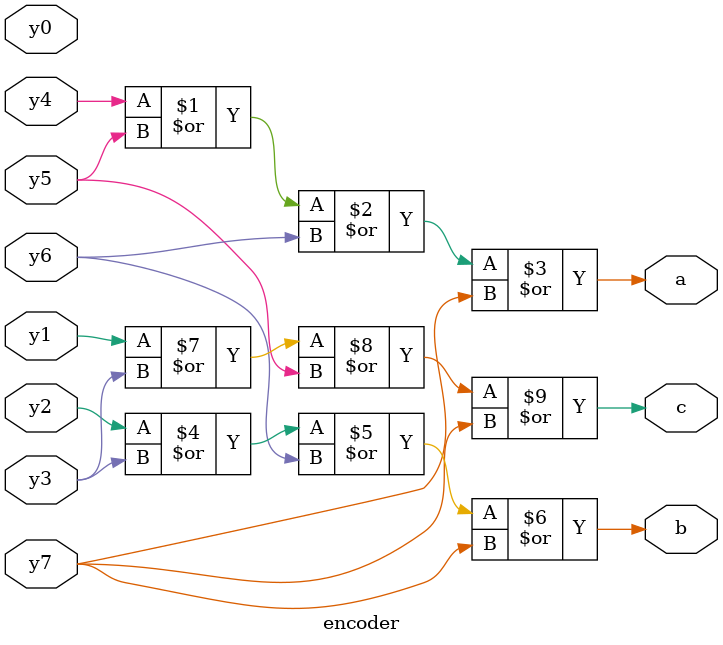
<source format=v>
module encoder(
input wire y0,
input wire y1,
input wire y2,
input wire y3,
input wire y4,
input wire y5,
input wire y6,
input wire y7,
output wire a,
output wire b,
output wire c); 
 
assign a = y4|y5|y6|y7;
assign b = y2|y3|y6|y7;
assign c = y1|y3|y5|y7;
endmodule
</source>
